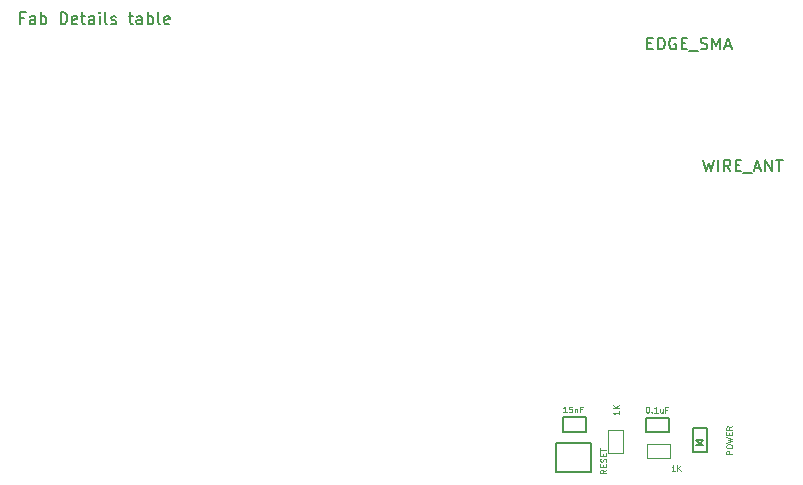
<source format=gbr>
G04 #@! TF.FileFunction,Other,Fab,Top*
%FSLAX46Y46*%
G04 Gerber Fmt 4.6, Leading zero omitted, Abs format (unit mm)*
G04 Created by KiCad (PCBNEW 4.0.4-stable) date 01/02/17 13:14:06*
%MOMM*%
%LPD*%
G01*
G04 APERTURE LIST*
%ADD10C,0.100000*%
%ADD11C,0.150000*%
%ADD12C,0.090000*%
G04 APERTURE END LIST*
D10*
D11*
X181760000Y-125205000D02*
X181760000Y-126455000D01*
X179760000Y-125205000D02*
X181760000Y-125205000D01*
X179760000Y-126455000D02*
X179760000Y-125205000D01*
X181760000Y-126455000D02*
X179760000Y-126455000D01*
D10*
X176625000Y-126220000D02*
X177875000Y-126220000D01*
X176625000Y-128220000D02*
X176625000Y-126220000D01*
X177875000Y-128220000D02*
X176625000Y-128220000D01*
X177875000Y-126220000D02*
X177875000Y-128220000D01*
D11*
X184060000Y-127530000D02*
X184660000Y-127530000D01*
X184360000Y-127430000D02*
X184060000Y-127130000D01*
X184660000Y-127130000D02*
X184360000Y-127430000D01*
X184060000Y-127130000D02*
X184660000Y-127130000D01*
X183760000Y-126130000D02*
X183760000Y-128130000D01*
X184960000Y-126130000D02*
X183760000Y-126130000D01*
X184960000Y-128130000D02*
X184960000Y-126130000D01*
X183760000Y-128130000D02*
X184960000Y-128130000D01*
X174750000Y-125165000D02*
X174750000Y-126415000D01*
X172750000Y-125165000D02*
X174750000Y-125165000D01*
X172750000Y-126415000D02*
X172750000Y-125165000D01*
X174750000Y-126415000D02*
X172750000Y-126415000D01*
D10*
X181860000Y-127405000D02*
X181860000Y-128655000D01*
X179860000Y-127405000D02*
X181860000Y-127405000D01*
X179860000Y-128655000D02*
X179860000Y-127405000D01*
X181860000Y-128655000D02*
X179860000Y-128655000D01*
D11*
X172160000Y-127350000D02*
X175160000Y-127350000D01*
X175160000Y-127350000D02*
X175160000Y-129850000D01*
X175160000Y-129850000D02*
X172160000Y-129850000D01*
X172160000Y-129850000D02*
X172160000Y-127350000D01*
D12*
X179898573Y-124286190D02*
X179946192Y-124286190D01*
X179993811Y-124310000D01*
X180017620Y-124333810D01*
X180041430Y-124381429D01*
X180065239Y-124476667D01*
X180065239Y-124595714D01*
X180041430Y-124690952D01*
X180017620Y-124738571D01*
X179993811Y-124762381D01*
X179946192Y-124786190D01*
X179898573Y-124786190D01*
X179850954Y-124762381D01*
X179827144Y-124738571D01*
X179803335Y-124690952D01*
X179779525Y-124595714D01*
X179779525Y-124476667D01*
X179803335Y-124381429D01*
X179827144Y-124333810D01*
X179850954Y-124310000D01*
X179898573Y-124286190D01*
X180279525Y-124738571D02*
X180303334Y-124762381D01*
X180279525Y-124786190D01*
X180255715Y-124762381D01*
X180279525Y-124738571D01*
X180279525Y-124786190D01*
X180779524Y-124786190D02*
X180493810Y-124786190D01*
X180636667Y-124786190D02*
X180636667Y-124286190D01*
X180589048Y-124357619D01*
X180541429Y-124405238D01*
X180493810Y-124429048D01*
X181208095Y-124452857D02*
X181208095Y-124786190D01*
X180993810Y-124452857D02*
X180993810Y-124714762D01*
X181017619Y-124762381D01*
X181065238Y-124786190D01*
X181136667Y-124786190D01*
X181184286Y-124762381D01*
X181208095Y-124738571D01*
X181612857Y-124524286D02*
X181446191Y-124524286D01*
X181446191Y-124786190D02*
X181446191Y-124286190D01*
X181684286Y-124286190D01*
X177496190Y-124647143D02*
X177496190Y-124932857D01*
X177496190Y-124790000D02*
X176996190Y-124790000D01*
X177067619Y-124837619D01*
X177115238Y-124885238D01*
X177139048Y-124932857D01*
X177496190Y-124432857D02*
X176996190Y-124432857D01*
X177496190Y-124147143D02*
X177210476Y-124361429D01*
X176996190Y-124147143D02*
X177281905Y-124432857D01*
X187106190Y-128294762D02*
X186606190Y-128294762D01*
X186606190Y-128104286D01*
X186630000Y-128056667D01*
X186653810Y-128032858D01*
X186701429Y-128009048D01*
X186772857Y-128009048D01*
X186820476Y-128032858D01*
X186844286Y-128056667D01*
X186868095Y-128104286D01*
X186868095Y-128294762D01*
X186606190Y-127699524D02*
X186606190Y-127604286D01*
X186630000Y-127556667D01*
X186677619Y-127509048D01*
X186772857Y-127485239D01*
X186939524Y-127485239D01*
X187034762Y-127509048D01*
X187082381Y-127556667D01*
X187106190Y-127604286D01*
X187106190Y-127699524D01*
X187082381Y-127747143D01*
X187034762Y-127794762D01*
X186939524Y-127818572D01*
X186772857Y-127818572D01*
X186677619Y-127794762D01*
X186630000Y-127747143D01*
X186606190Y-127699524D01*
X186606190Y-127318571D02*
X187106190Y-127199524D01*
X186749048Y-127104286D01*
X187106190Y-127009048D01*
X186606190Y-126890000D01*
X186844286Y-126699523D02*
X186844286Y-126532857D01*
X187106190Y-126461428D02*
X187106190Y-126699523D01*
X186606190Y-126699523D01*
X186606190Y-126461428D01*
X187106190Y-125961428D02*
X186868095Y-126128095D01*
X187106190Y-126247142D02*
X186606190Y-126247142D01*
X186606190Y-126056666D01*
X186630000Y-126009047D01*
X186653810Y-125985238D01*
X186701429Y-125961428D01*
X186772857Y-125961428D01*
X186820476Y-125985238D01*
X186844286Y-126009047D01*
X186868095Y-126056666D01*
X186868095Y-126247142D01*
X173084286Y-124776190D02*
X172798572Y-124776190D01*
X172941429Y-124776190D02*
X172941429Y-124276190D01*
X172893810Y-124347619D01*
X172846191Y-124395238D01*
X172798572Y-124419048D01*
X173536667Y-124276190D02*
X173298572Y-124276190D01*
X173274762Y-124514286D01*
X173298572Y-124490476D01*
X173346191Y-124466667D01*
X173465238Y-124466667D01*
X173512857Y-124490476D01*
X173536667Y-124514286D01*
X173560476Y-124561905D01*
X173560476Y-124680952D01*
X173536667Y-124728571D01*
X173512857Y-124752381D01*
X173465238Y-124776190D01*
X173346191Y-124776190D01*
X173298572Y-124752381D01*
X173274762Y-124728571D01*
X173774762Y-124442857D02*
X173774762Y-124776190D01*
X173774762Y-124490476D02*
X173798571Y-124466667D01*
X173846190Y-124442857D01*
X173917619Y-124442857D01*
X173965238Y-124466667D01*
X173989047Y-124514286D01*
X173989047Y-124776190D01*
X174393809Y-124514286D02*
X174227143Y-124514286D01*
X174227143Y-124776190D02*
X174227143Y-124276190D01*
X174465238Y-124276190D01*
X182252857Y-129746190D02*
X181967143Y-129746190D01*
X182110000Y-129746190D02*
X182110000Y-129246190D01*
X182062381Y-129317619D01*
X182014762Y-129365238D01*
X181967143Y-129389048D01*
X182467143Y-129746190D02*
X182467143Y-129246190D01*
X182752857Y-129746190D02*
X182538571Y-129460476D01*
X182752857Y-129246190D02*
X182467143Y-129531905D01*
X176426190Y-129606190D02*
X176188095Y-129772857D01*
X176426190Y-129891904D02*
X175926190Y-129891904D01*
X175926190Y-129701428D01*
X175950000Y-129653809D01*
X175973810Y-129630000D01*
X176021429Y-129606190D01*
X176092857Y-129606190D01*
X176140476Y-129630000D01*
X176164286Y-129653809D01*
X176188095Y-129701428D01*
X176188095Y-129891904D01*
X176164286Y-129391904D02*
X176164286Y-129225238D01*
X176426190Y-129153809D02*
X176426190Y-129391904D01*
X175926190Y-129391904D01*
X175926190Y-129153809D01*
X176402381Y-128963333D02*
X176426190Y-128891904D01*
X176426190Y-128772857D01*
X176402381Y-128725238D01*
X176378571Y-128701428D01*
X176330952Y-128677619D01*
X176283333Y-128677619D01*
X176235714Y-128701428D01*
X176211905Y-128725238D01*
X176188095Y-128772857D01*
X176164286Y-128868095D01*
X176140476Y-128915714D01*
X176116667Y-128939523D01*
X176069048Y-128963333D01*
X176021429Y-128963333D01*
X175973810Y-128939523D01*
X175950000Y-128915714D01*
X175926190Y-128868095D01*
X175926190Y-128749047D01*
X175950000Y-128677619D01*
X176164286Y-128463333D02*
X176164286Y-128296667D01*
X176426190Y-128225238D02*
X176426190Y-128463333D01*
X175926190Y-128463333D01*
X175926190Y-128225238D01*
X175926190Y-128082381D02*
X175926190Y-127796667D01*
X176426190Y-127939524D02*
X175926190Y-127939524D01*
D11*
X179906190Y-93518571D02*
X180239524Y-93518571D01*
X180382381Y-94042381D02*
X179906190Y-94042381D01*
X179906190Y-93042381D01*
X180382381Y-93042381D01*
X180810952Y-94042381D02*
X180810952Y-93042381D01*
X181049047Y-93042381D01*
X181191905Y-93090000D01*
X181287143Y-93185238D01*
X181334762Y-93280476D01*
X181382381Y-93470952D01*
X181382381Y-93613810D01*
X181334762Y-93804286D01*
X181287143Y-93899524D01*
X181191905Y-93994762D01*
X181049047Y-94042381D01*
X180810952Y-94042381D01*
X182334762Y-93090000D02*
X182239524Y-93042381D01*
X182096667Y-93042381D01*
X181953809Y-93090000D01*
X181858571Y-93185238D01*
X181810952Y-93280476D01*
X181763333Y-93470952D01*
X181763333Y-93613810D01*
X181810952Y-93804286D01*
X181858571Y-93899524D01*
X181953809Y-93994762D01*
X182096667Y-94042381D01*
X182191905Y-94042381D01*
X182334762Y-93994762D01*
X182382381Y-93947143D01*
X182382381Y-93613810D01*
X182191905Y-93613810D01*
X182810952Y-93518571D02*
X183144286Y-93518571D01*
X183287143Y-94042381D02*
X182810952Y-94042381D01*
X182810952Y-93042381D01*
X183287143Y-93042381D01*
X183477619Y-94137619D02*
X184239524Y-94137619D01*
X184430000Y-93994762D02*
X184572857Y-94042381D01*
X184810953Y-94042381D01*
X184906191Y-93994762D01*
X184953810Y-93947143D01*
X185001429Y-93851905D01*
X185001429Y-93756667D01*
X184953810Y-93661429D01*
X184906191Y-93613810D01*
X184810953Y-93566190D01*
X184620476Y-93518571D01*
X184525238Y-93470952D01*
X184477619Y-93423333D01*
X184430000Y-93328095D01*
X184430000Y-93232857D01*
X184477619Y-93137619D01*
X184525238Y-93090000D01*
X184620476Y-93042381D01*
X184858572Y-93042381D01*
X185001429Y-93090000D01*
X185430000Y-94042381D02*
X185430000Y-93042381D01*
X185763334Y-93756667D01*
X186096667Y-93042381D01*
X186096667Y-94042381D01*
X186525238Y-93756667D02*
X187001429Y-93756667D01*
X186430000Y-94042381D02*
X186763333Y-93042381D01*
X187096667Y-94042381D01*
X184666667Y-103372381D02*
X184904762Y-104372381D01*
X185095239Y-103658095D01*
X185285715Y-104372381D01*
X185523810Y-103372381D01*
X185904762Y-104372381D02*
X185904762Y-103372381D01*
X186952381Y-104372381D02*
X186619047Y-103896190D01*
X186380952Y-104372381D02*
X186380952Y-103372381D01*
X186761905Y-103372381D01*
X186857143Y-103420000D01*
X186904762Y-103467619D01*
X186952381Y-103562857D01*
X186952381Y-103705714D01*
X186904762Y-103800952D01*
X186857143Y-103848571D01*
X186761905Y-103896190D01*
X186380952Y-103896190D01*
X187380952Y-103848571D02*
X187714286Y-103848571D01*
X187857143Y-104372381D02*
X187380952Y-104372381D01*
X187380952Y-103372381D01*
X187857143Y-103372381D01*
X188047619Y-104467619D02*
X188809524Y-104467619D01*
X189000000Y-104086667D02*
X189476191Y-104086667D01*
X188904762Y-104372381D02*
X189238095Y-103372381D01*
X189571429Y-104372381D01*
X189904762Y-104372381D02*
X189904762Y-103372381D01*
X190476191Y-104372381D01*
X190476191Y-103372381D01*
X190809524Y-103372381D02*
X191380953Y-103372381D01*
X191095238Y-104372381D02*
X191095238Y-103372381D01*
X127133809Y-91368571D02*
X126800475Y-91368571D01*
X126800475Y-91892381D02*
X126800475Y-90892381D01*
X127276666Y-90892381D01*
X128086190Y-91892381D02*
X128086190Y-91368571D01*
X128038571Y-91273333D01*
X127943333Y-91225714D01*
X127752856Y-91225714D01*
X127657618Y-91273333D01*
X128086190Y-91844762D02*
X127990952Y-91892381D01*
X127752856Y-91892381D01*
X127657618Y-91844762D01*
X127609999Y-91749524D01*
X127609999Y-91654286D01*
X127657618Y-91559048D01*
X127752856Y-91511429D01*
X127990952Y-91511429D01*
X128086190Y-91463810D01*
X128562380Y-91892381D02*
X128562380Y-90892381D01*
X128562380Y-91273333D02*
X128657618Y-91225714D01*
X128848095Y-91225714D01*
X128943333Y-91273333D01*
X128990952Y-91320952D01*
X129038571Y-91416190D01*
X129038571Y-91701905D01*
X128990952Y-91797143D01*
X128943333Y-91844762D01*
X128848095Y-91892381D01*
X128657618Y-91892381D01*
X128562380Y-91844762D01*
X130229047Y-91892381D02*
X130229047Y-90892381D01*
X130467142Y-90892381D01*
X130610000Y-90940000D01*
X130705238Y-91035238D01*
X130752857Y-91130476D01*
X130800476Y-91320952D01*
X130800476Y-91463810D01*
X130752857Y-91654286D01*
X130705238Y-91749524D01*
X130610000Y-91844762D01*
X130467142Y-91892381D01*
X130229047Y-91892381D01*
X131610000Y-91844762D02*
X131514762Y-91892381D01*
X131324285Y-91892381D01*
X131229047Y-91844762D01*
X131181428Y-91749524D01*
X131181428Y-91368571D01*
X131229047Y-91273333D01*
X131324285Y-91225714D01*
X131514762Y-91225714D01*
X131610000Y-91273333D01*
X131657619Y-91368571D01*
X131657619Y-91463810D01*
X131181428Y-91559048D01*
X131943333Y-91225714D02*
X132324285Y-91225714D01*
X132086190Y-90892381D02*
X132086190Y-91749524D01*
X132133809Y-91844762D01*
X132229047Y-91892381D01*
X132324285Y-91892381D01*
X133086191Y-91892381D02*
X133086191Y-91368571D01*
X133038572Y-91273333D01*
X132943334Y-91225714D01*
X132752857Y-91225714D01*
X132657619Y-91273333D01*
X133086191Y-91844762D02*
X132990953Y-91892381D01*
X132752857Y-91892381D01*
X132657619Y-91844762D01*
X132610000Y-91749524D01*
X132610000Y-91654286D01*
X132657619Y-91559048D01*
X132752857Y-91511429D01*
X132990953Y-91511429D01*
X133086191Y-91463810D01*
X133562381Y-91892381D02*
X133562381Y-91225714D01*
X133562381Y-90892381D02*
X133514762Y-90940000D01*
X133562381Y-90987619D01*
X133610000Y-90940000D01*
X133562381Y-90892381D01*
X133562381Y-90987619D01*
X134181428Y-91892381D02*
X134086190Y-91844762D01*
X134038571Y-91749524D01*
X134038571Y-90892381D01*
X134514762Y-91844762D02*
X134610000Y-91892381D01*
X134800476Y-91892381D01*
X134895715Y-91844762D01*
X134943334Y-91749524D01*
X134943334Y-91701905D01*
X134895715Y-91606667D01*
X134800476Y-91559048D01*
X134657619Y-91559048D01*
X134562381Y-91511429D01*
X134514762Y-91416190D01*
X134514762Y-91368571D01*
X134562381Y-91273333D01*
X134657619Y-91225714D01*
X134800476Y-91225714D01*
X134895715Y-91273333D01*
X135990953Y-91225714D02*
X136371905Y-91225714D01*
X136133810Y-90892381D02*
X136133810Y-91749524D01*
X136181429Y-91844762D01*
X136276667Y-91892381D01*
X136371905Y-91892381D01*
X137133811Y-91892381D02*
X137133811Y-91368571D01*
X137086192Y-91273333D01*
X136990954Y-91225714D01*
X136800477Y-91225714D01*
X136705239Y-91273333D01*
X137133811Y-91844762D02*
X137038573Y-91892381D01*
X136800477Y-91892381D01*
X136705239Y-91844762D01*
X136657620Y-91749524D01*
X136657620Y-91654286D01*
X136705239Y-91559048D01*
X136800477Y-91511429D01*
X137038573Y-91511429D01*
X137133811Y-91463810D01*
X137610001Y-91892381D02*
X137610001Y-90892381D01*
X137610001Y-91273333D02*
X137705239Y-91225714D01*
X137895716Y-91225714D01*
X137990954Y-91273333D01*
X138038573Y-91320952D01*
X138086192Y-91416190D01*
X138086192Y-91701905D01*
X138038573Y-91797143D01*
X137990954Y-91844762D01*
X137895716Y-91892381D01*
X137705239Y-91892381D01*
X137610001Y-91844762D01*
X138657620Y-91892381D02*
X138562382Y-91844762D01*
X138514763Y-91749524D01*
X138514763Y-90892381D01*
X139419526Y-91844762D02*
X139324288Y-91892381D01*
X139133811Y-91892381D01*
X139038573Y-91844762D01*
X138990954Y-91749524D01*
X138990954Y-91368571D01*
X139038573Y-91273333D01*
X139133811Y-91225714D01*
X139324288Y-91225714D01*
X139419526Y-91273333D01*
X139467145Y-91368571D01*
X139467145Y-91463810D01*
X138990954Y-91559048D01*
M02*

</source>
